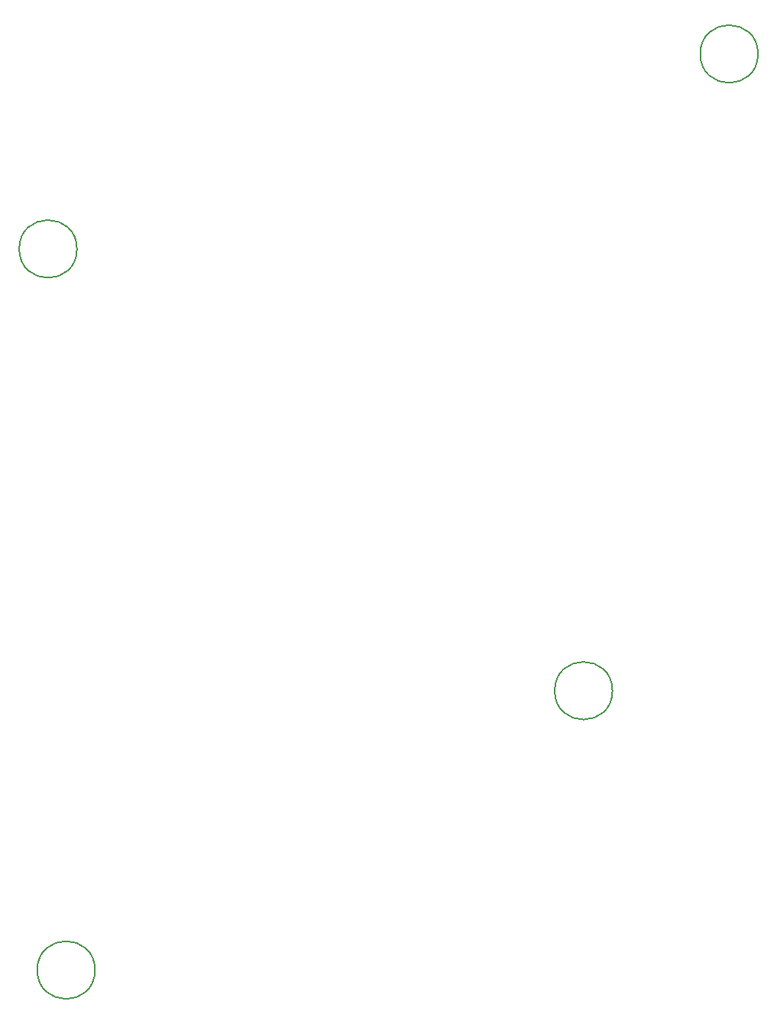
<source format=gbr>
%TF.GenerationSoftware,KiCad,Pcbnew,(6.0.7)*%
%TF.CreationDate,2022-08-05T17:58:53-07:00*%
%TF.ProjectId,adatface_baseboard,61646174-6661-4636-955f-62617365626f,rev?*%
%TF.SameCoordinates,Original*%
%TF.FileFunction,Other,Comment*%
%FSLAX46Y46*%
G04 Gerber Fmt 4.6, Leading zero omitted, Abs format (unit mm)*
G04 Created by KiCad (PCBNEW (6.0.7)) date 2022-08-05 17:58:53*
%MOMM*%
%LPD*%
G01*
G04 APERTURE LIST*
%ADD10C,0.150000*%
G04 APERTURE END LIST*
D10*
%TO.C,H3*%
X65650000Y-63700000D02*
G75*
G03*
X65650000Y-63700000I-3200000J0D01*
G01*
%TO.C,H4*%
X124993000Y-112649000D02*
G75*
G03*
X124993000Y-112649000I-3200000J0D01*
G01*
%TO.C,H2*%
X67650000Y-143600000D02*
G75*
G03*
X67650000Y-143600000I-3200000J0D01*
G01*
%TO.C,H1*%
X141125000Y-42100000D02*
G75*
G03*
X141125000Y-42100000I-3200000J0D01*
G01*
%TD*%
M02*

</source>
